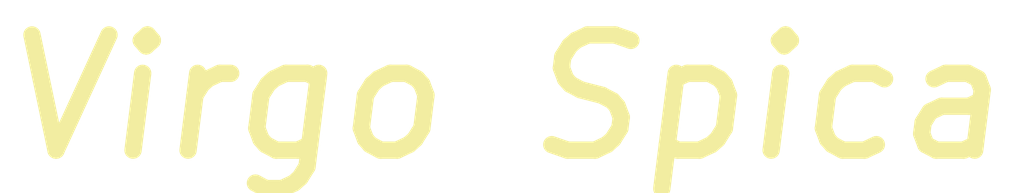
<source format=kicad_pcb>
(kicad_pcb (version 20171130) (host pcbnew "(5.1.4)-1")

  (general
    (thickness 1.6)
    (drawings 1)
    (tracks 0)
    (zones 0)
    (modules 0)
    (nets 1)
  )

  (page A4)
  (layers
    (0 F.Cu signal)
    (31 B.Cu signal)
    (32 B.Adhes user)
    (33 F.Adhes user)
    (34 B.Paste user)
    (35 F.Paste user)
    (36 B.SilkS user)
    (37 F.SilkS user)
    (38 B.Mask user)
    (39 F.Mask user)
    (40 Dwgs.User user)
    (41 Cmts.User user)
    (42 Eco1.User user)
    (43 Eco2.User user)
    (44 Edge.Cuts user)
    (45 Margin user)
    (46 B.CrtYd user)
    (47 F.CrtYd user)
    (48 B.Fab user)
    (49 F.Fab user)
  )

  (setup
    (last_trace_width 0.25)
    (trace_clearance 0.2)
    (zone_clearance 0.508)
    (zone_45_only no)
    (trace_min 0.2)
    (via_size 0.8)
    (via_drill 0.4)
    (via_min_size 0.4)
    (via_min_drill 0.3)
    (uvia_size 0.3)
    (uvia_drill 0.1)
    (uvias_allowed no)
    (uvia_min_size 0.2)
    (uvia_min_drill 0.1)
    (edge_width 0.05)
    (segment_width 0.2)
    (pcb_text_width 0.3)
    (pcb_text_size 1.5 1.5)
    (mod_edge_width 0.12)
    (mod_text_size 1 1)
    (mod_text_width 0.15)
    (pad_size 1.524 1.524)
    (pad_drill 0.762)
    (pad_to_mask_clearance 0.051)
    (solder_mask_min_width 0.25)
    (aux_axis_origin 0 0)
    (visible_elements FFFFFF7F)
    (pcbplotparams
      (layerselection 0x010fc_ffffffff)
      (usegerberextensions false)
      (usegerberattributes false)
      (usegerberadvancedattributes false)
      (creategerberjobfile false)
      (excludeedgelayer true)
      (linewidth 0.100000)
      (plotframeref false)
      (viasonmask false)
      (mode 1)
      (useauxorigin false)
      (hpglpennumber 1)
      (hpglpenspeed 20)
      (hpglpendiameter 15.000000)
      (psnegative false)
      (psa4output false)
      (plotreference true)
      (plotvalue true)
      (plotinvisibletext false)
      (padsonsilk false)
      (subtractmaskfromsilk false)
      (outputformat 1)
      (mirror false)
      (drillshape 1)
      (scaleselection 1)
      (outputdirectory ""))
  )

  (net 0 "")

  (net_class Default "これはデフォルトのネット クラスです。"
    (clearance 0.2)
    (trace_width 0.25)
    (via_dia 0.8)
    (via_drill 0.4)
    (uvia_dia 0.3)
    (uvia_drill 0.1)
  )

  (gr_text "Virgo Spica" (at 138.2 132.225) (layer F.SilkS)
    (effects (font (size 1 1) (thickness 0.15) italic))
  )

)

</source>
